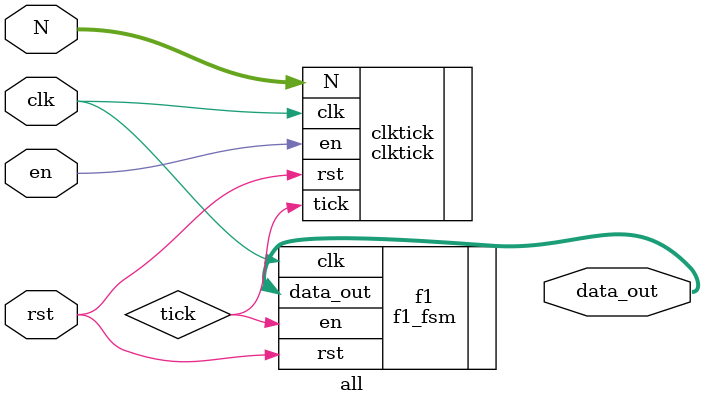
<source format=sv>
module all #(
    parameter WIDTH=16
)(
    input logic clk,
    input logic rst,
    input logic en,
    input logic [WIDTH-1:0] N,
    output logic [8:1] data_out
);
    logic tick;

clktick clktick(
    .clk(clk),
    .en(en),
    .rst(rst),
    .N(N),
    .tick(tick)
);

f1_fsm f1(
    .clk(clk),
    .en(tick),
    .rst(rst),
    .data_out(data_out)
);
endmodule
</source>
